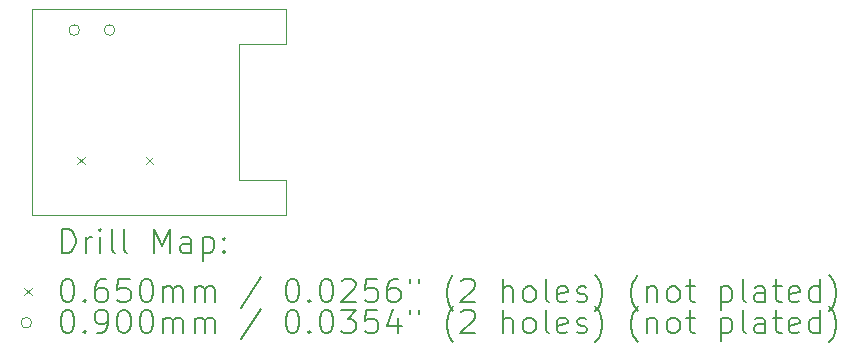
<source format=gbr>
%TF.GenerationSoftware,KiCad,Pcbnew,(6.0.9)*%
%TF.CreationDate,2023-01-31T14:39:00+01:00*%
%TF.ProjectId,keyring_beerclock,6b657972-696e-4675-9f62-656572636c6f,rev?*%
%TF.SameCoordinates,Original*%
%TF.FileFunction,Drillmap*%
%TF.FilePolarity,Positive*%
%FSLAX45Y45*%
G04 Gerber Fmt 4.5, Leading zero omitted, Abs format (unit mm)*
G04 Created by KiCad (PCBNEW (6.0.9)) date 2023-01-31 14:39:00*
%MOMM*%
%LPD*%
G01*
G04 APERTURE LIST*
%ADD10C,0.100000*%
%ADD11C,0.200000*%
%ADD12C,0.065000*%
%ADD13C,0.090000*%
G04 APERTURE END LIST*
D10*
X15700000Y-10550000D02*
X15700000Y-11700000D01*
X16100000Y-10250000D02*
X16100000Y-10550000D01*
X16100000Y-10250000D02*
X13950000Y-10250000D01*
X15700000Y-10550000D02*
X16100000Y-10550000D01*
X16100000Y-12000000D02*
X13950000Y-12000000D01*
X16100000Y-11700000D02*
X16100000Y-12000000D01*
X15700000Y-11700000D02*
X16100000Y-11700000D01*
X13950000Y-12000000D02*
X13950000Y-10250000D01*
D11*
D12*
X14332000Y-11502500D02*
X14397000Y-11567500D01*
X14397000Y-11502500D02*
X14332000Y-11567500D01*
X14910000Y-11502500D02*
X14975000Y-11567500D01*
X14975000Y-11502500D02*
X14910000Y-11567500D01*
D13*
X14351000Y-10431000D02*
G75*
G03*
X14351000Y-10431000I-45000J0D01*
G01*
X14651000Y-10431000D02*
G75*
G03*
X14651000Y-10431000I-45000J0D01*
G01*
D11*
X14202619Y-12315476D02*
X14202619Y-12115476D01*
X14250238Y-12115476D01*
X14278809Y-12125000D01*
X14297857Y-12144048D01*
X14307381Y-12163095D01*
X14316905Y-12201190D01*
X14316905Y-12229762D01*
X14307381Y-12267857D01*
X14297857Y-12286905D01*
X14278809Y-12305952D01*
X14250238Y-12315476D01*
X14202619Y-12315476D01*
X14402619Y-12315476D02*
X14402619Y-12182143D01*
X14402619Y-12220238D02*
X14412143Y-12201190D01*
X14421667Y-12191667D01*
X14440714Y-12182143D01*
X14459762Y-12182143D01*
X14526428Y-12315476D02*
X14526428Y-12182143D01*
X14526428Y-12115476D02*
X14516905Y-12125000D01*
X14526428Y-12134524D01*
X14535952Y-12125000D01*
X14526428Y-12115476D01*
X14526428Y-12134524D01*
X14650238Y-12315476D02*
X14631190Y-12305952D01*
X14621667Y-12286905D01*
X14621667Y-12115476D01*
X14755000Y-12315476D02*
X14735952Y-12305952D01*
X14726428Y-12286905D01*
X14726428Y-12115476D01*
X14983571Y-12315476D02*
X14983571Y-12115476D01*
X15050238Y-12258333D01*
X15116905Y-12115476D01*
X15116905Y-12315476D01*
X15297857Y-12315476D02*
X15297857Y-12210714D01*
X15288333Y-12191667D01*
X15269286Y-12182143D01*
X15231190Y-12182143D01*
X15212143Y-12191667D01*
X15297857Y-12305952D02*
X15278809Y-12315476D01*
X15231190Y-12315476D01*
X15212143Y-12305952D01*
X15202619Y-12286905D01*
X15202619Y-12267857D01*
X15212143Y-12248809D01*
X15231190Y-12239286D01*
X15278809Y-12239286D01*
X15297857Y-12229762D01*
X15393095Y-12182143D02*
X15393095Y-12382143D01*
X15393095Y-12191667D02*
X15412143Y-12182143D01*
X15450238Y-12182143D01*
X15469286Y-12191667D01*
X15478809Y-12201190D01*
X15488333Y-12220238D01*
X15488333Y-12277381D01*
X15478809Y-12296428D01*
X15469286Y-12305952D01*
X15450238Y-12315476D01*
X15412143Y-12315476D01*
X15393095Y-12305952D01*
X15574048Y-12296428D02*
X15583571Y-12305952D01*
X15574048Y-12315476D01*
X15564524Y-12305952D01*
X15574048Y-12296428D01*
X15574048Y-12315476D01*
X15574048Y-12191667D02*
X15583571Y-12201190D01*
X15574048Y-12210714D01*
X15564524Y-12201190D01*
X15574048Y-12191667D01*
X15574048Y-12210714D01*
D12*
X13880000Y-12612500D02*
X13945000Y-12677500D01*
X13945000Y-12612500D02*
X13880000Y-12677500D01*
D11*
X14240714Y-12535476D02*
X14259762Y-12535476D01*
X14278809Y-12545000D01*
X14288333Y-12554524D01*
X14297857Y-12573571D01*
X14307381Y-12611667D01*
X14307381Y-12659286D01*
X14297857Y-12697381D01*
X14288333Y-12716428D01*
X14278809Y-12725952D01*
X14259762Y-12735476D01*
X14240714Y-12735476D01*
X14221667Y-12725952D01*
X14212143Y-12716428D01*
X14202619Y-12697381D01*
X14193095Y-12659286D01*
X14193095Y-12611667D01*
X14202619Y-12573571D01*
X14212143Y-12554524D01*
X14221667Y-12545000D01*
X14240714Y-12535476D01*
X14393095Y-12716428D02*
X14402619Y-12725952D01*
X14393095Y-12735476D01*
X14383571Y-12725952D01*
X14393095Y-12716428D01*
X14393095Y-12735476D01*
X14574048Y-12535476D02*
X14535952Y-12535476D01*
X14516905Y-12545000D01*
X14507381Y-12554524D01*
X14488333Y-12583095D01*
X14478809Y-12621190D01*
X14478809Y-12697381D01*
X14488333Y-12716428D01*
X14497857Y-12725952D01*
X14516905Y-12735476D01*
X14555000Y-12735476D01*
X14574048Y-12725952D01*
X14583571Y-12716428D01*
X14593095Y-12697381D01*
X14593095Y-12649762D01*
X14583571Y-12630714D01*
X14574048Y-12621190D01*
X14555000Y-12611667D01*
X14516905Y-12611667D01*
X14497857Y-12621190D01*
X14488333Y-12630714D01*
X14478809Y-12649762D01*
X14774048Y-12535476D02*
X14678809Y-12535476D01*
X14669286Y-12630714D01*
X14678809Y-12621190D01*
X14697857Y-12611667D01*
X14745476Y-12611667D01*
X14764524Y-12621190D01*
X14774048Y-12630714D01*
X14783571Y-12649762D01*
X14783571Y-12697381D01*
X14774048Y-12716428D01*
X14764524Y-12725952D01*
X14745476Y-12735476D01*
X14697857Y-12735476D01*
X14678809Y-12725952D01*
X14669286Y-12716428D01*
X14907381Y-12535476D02*
X14926428Y-12535476D01*
X14945476Y-12545000D01*
X14955000Y-12554524D01*
X14964524Y-12573571D01*
X14974048Y-12611667D01*
X14974048Y-12659286D01*
X14964524Y-12697381D01*
X14955000Y-12716428D01*
X14945476Y-12725952D01*
X14926428Y-12735476D01*
X14907381Y-12735476D01*
X14888333Y-12725952D01*
X14878809Y-12716428D01*
X14869286Y-12697381D01*
X14859762Y-12659286D01*
X14859762Y-12611667D01*
X14869286Y-12573571D01*
X14878809Y-12554524D01*
X14888333Y-12545000D01*
X14907381Y-12535476D01*
X15059762Y-12735476D02*
X15059762Y-12602143D01*
X15059762Y-12621190D02*
X15069286Y-12611667D01*
X15088333Y-12602143D01*
X15116905Y-12602143D01*
X15135952Y-12611667D01*
X15145476Y-12630714D01*
X15145476Y-12735476D01*
X15145476Y-12630714D02*
X15155000Y-12611667D01*
X15174048Y-12602143D01*
X15202619Y-12602143D01*
X15221667Y-12611667D01*
X15231190Y-12630714D01*
X15231190Y-12735476D01*
X15326428Y-12735476D02*
X15326428Y-12602143D01*
X15326428Y-12621190D02*
X15335952Y-12611667D01*
X15355000Y-12602143D01*
X15383571Y-12602143D01*
X15402619Y-12611667D01*
X15412143Y-12630714D01*
X15412143Y-12735476D01*
X15412143Y-12630714D02*
X15421667Y-12611667D01*
X15440714Y-12602143D01*
X15469286Y-12602143D01*
X15488333Y-12611667D01*
X15497857Y-12630714D01*
X15497857Y-12735476D01*
X15888333Y-12525952D02*
X15716905Y-12783095D01*
X16145476Y-12535476D02*
X16164524Y-12535476D01*
X16183571Y-12545000D01*
X16193095Y-12554524D01*
X16202619Y-12573571D01*
X16212143Y-12611667D01*
X16212143Y-12659286D01*
X16202619Y-12697381D01*
X16193095Y-12716428D01*
X16183571Y-12725952D01*
X16164524Y-12735476D01*
X16145476Y-12735476D01*
X16126428Y-12725952D01*
X16116905Y-12716428D01*
X16107381Y-12697381D01*
X16097857Y-12659286D01*
X16097857Y-12611667D01*
X16107381Y-12573571D01*
X16116905Y-12554524D01*
X16126428Y-12545000D01*
X16145476Y-12535476D01*
X16297857Y-12716428D02*
X16307381Y-12725952D01*
X16297857Y-12735476D01*
X16288333Y-12725952D01*
X16297857Y-12716428D01*
X16297857Y-12735476D01*
X16431190Y-12535476D02*
X16450238Y-12535476D01*
X16469286Y-12545000D01*
X16478809Y-12554524D01*
X16488333Y-12573571D01*
X16497857Y-12611667D01*
X16497857Y-12659286D01*
X16488333Y-12697381D01*
X16478809Y-12716428D01*
X16469286Y-12725952D01*
X16450238Y-12735476D01*
X16431190Y-12735476D01*
X16412143Y-12725952D01*
X16402619Y-12716428D01*
X16393095Y-12697381D01*
X16383571Y-12659286D01*
X16383571Y-12611667D01*
X16393095Y-12573571D01*
X16402619Y-12554524D01*
X16412143Y-12545000D01*
X16431190Y-12535476D01*
X16574048Y-12554524D02*
X16583571Y-12545000D01*
X16602619Y-12535476D01*
X16650238Y-12535476D01*
X16669286Y-12545000D01*
X16678809Y-12554524D01*
X16688333Y-12573571D01*
X16688333Y-12592619D01*
X16678809Y-12621190D01*
X16564524Y-12735476D01*
X16688333Y-12735476D01*
X16869286Y-12535476D02*
X16774048Y-12535476D01*
X16764524Y-12630714D01*
X16774048Y-12621190D01*
X16793095Y-12611667D01*
X16840714Y-12611667D01*
X16859762Y-12621190D01*
X16869286Y-12630714D01*
X16878810Y-12649762D01*
X16878810Y-12697381D01*
X16869286Y-12716428D01*
X16859762Y-12725952D01*
X16840714Y-12735476D01*
X16793095Y-12735476D01*
X16774048Y-12725952D01*
X16764524Y-12716428D01*
X17050238Y-12535476D02*
X17012143Y-12535476D01*
X16993095Y-12545000D01*
X16983571Y-12554524D01*
X16964524Y-12583095D01*
X16955000Y-12621190D01*
X16955000Y-12697381D01*
X16964524Y-12716428D01*
X16974048Y-12725952D01*
X16993095Y-12735476D01*
X17031190Y-12735476D01*
X17050238Y-12725952D01*
X17059762Y-12716428D01*
X17069286Y-12697381D01*
X17069286Y-12649762D01*
X17059762Y-12630714D01*
X17050238Y-12621190D01*
X17031190Y-12611667D01*
X16993095Y-12611667D01*
X16974048Y-12621190D01*
X16964524Y-12630714D01*
X16955000Y-12649762D01*
X17145476Y-12535476D02*
X17145476Y-12573571D01*
X17221667Y-12535476D02*
X17221667Y-12573571D01*
X17516905Y-12811667D02*
X17507381Y-12802143D01*
X17488333Y-12773571D01*
X17478810Y-12754524D01*
X17469286Y-12725952D01*
X17459762Y-12678333D01*
X17459762Y-12640238D01*
X17469286Y-12592619D01*
X17478810Y-12564048D01*
X17488333Y-12545000D01*
X17507381Y-12516428D01*
X17516905Y-12506905D01*
X17583571Y-12554524D02*
X17593095Y-12545000D01*
X17612143Y-12535476D01*
X17659762Y-12535476D01*
X17678810Y-12545000D01*
X17688333Y-12554524D01*
X17697857Y-12573571D01*
X17697857Y-12592619D01*
X17688333Y-12621190D01*
X17574048Y-12735476D01*
X17697857Y-12735476D01*
X17935952Y-12735476D02*
X17935952Y-12535476D01*
X18021667Y-12735476D02*
X18021667Y-12630714D01*
X18012143Y-12611667D01*
X17993095Y-12602143D01*
X17964524Y-12602143D01*
X17945476Y-12611667D01*
X17935952Y-12621190D01*
X18145476Y-12735476D02*
X18126429Y-12725952D01*
X18116905Y-12716428D01*
X18107381Y-12697381D01*
X18107381Y-12640238D01*
X18116905Y-12621190D01*
X18126429Y-12611667D01*
X18145476Y-12602143D01*
X18174048Y-12602143D01*
X18193095Y-12611667D01*
X18202619Y-12621190D01*
X18212143Y-12640238D01*
X18212143Y-12697381D01*
X18202619Y-12716428D01*
X18193095Y-12725952D01*
X18174048Y-12735476D01*
X18145476Y-12735476D01*
X18326429Y-12735476D02*
X18307381Y-12725952D01*
X18297857Y-12706905D01*
X18297857Y-12535476D01*
X18478810Y-12725952D02*
X18459762Y-12735476D01*
X18421667Y-12735476D01*
X18402619Y-12725952D01*
X18393095Y-12706905D01*
X18393095Y-12630714D01*
X18402619Y-12611667D01*
X18421667Y-12602143D01*
X18459762Y-12602143D01*
X18478810Y-12611667D01*
X18488333Y-12630714D01*
X18488333Y-12649762D01*
X18393095Y-12668809D01*
X18564524Y-12725952D02*
X18583571Y-12735476D01*
X18621667Y-12735476D01*
X18640714Y-12725952D01*
X18650238Y-12706905D01*
X18650238Y-12697381D01*
X18640714Y-12678333D01*
X18621667Y-12668809D01*
X18593095Y-12668809D01*
X18574048Y-12659286D01*
X18564524Y-12640238D01*
X18564524Y-12630714D01*
X18574048Y-12611667D01*
X18593095Y-12602143D01*
X18621667Y-12602143D01*
X18640714Y-12611667D01*
X18716905Y-12811667D02*
X18726429Y-12802143D01*
X18745476Y-12773571D01*
X18755000Y-12754524D01*
X18764524Y-12725952D01*
X18774048Y-12678333D01*
X18774048Y-12640238D01*
X18764524Y-12592619D01*
X18755000Y-12564048D01*
X18745476Y-12545000D01*
X18726429Y-12516428D01*
X18716905Y-12506905D01*
X19078810Y-12811667D02*
X19069286Y-12802143D01*
X19050238Y-12773571D01*
X19040714Y-12754524D01*
X19031190Y-12725952D01*
X19021667Y-12678333D01*
X19021667Y-12640238D01*
X19031190Y-12592619D01*
X19040714Y-12564048D01*
X19050238Y-12545000D01*
X19069286Y-12516428D01*
X19078810Y-12506905D01*
X19155000Y-12602143D02*
X19155000Y-12735476D01*
X19155000Y-12621190D02*
X19164524Y-12611667D01*
X19183571Y-12602143D01*
X19212143Y-12602143D01*
X19231190Y-12611667D01*
X19240714Y-12630714D01*
X19240714Y-12735476D01*
X19364524Y-12735476D02*
X19345476Y-12725952D01*
X19335952Y-12716428D01*
X19326429Y-12697381D01*
X19326429Y-12640238D01*
X19335952Y-12621190D01*
X19345476Y-12611667D01*
X19364524Y-12602143D01*
X19393095Y-12602143D01*
X19412143Y-12611667D01*
X19421667Y-12621190D01*
X19431190Y-12640238D01*
X19431190Y-12697381D01*
X19421667Y-12716428D01*
X19412143Y-12725952D01*
X19393095Y-12735476D01*
X19364524Y-12735476D01*
X19488333Y-12602143D02*
X19564524Y-12602143D01*
X19516905Y-12535476D02*
X19516905Y-12706905D01*
X19526429Y-12725952D01*
X19545476Y-12735476D01*
X19564524Y-12735476D01*
X19783571Y-12602143D02*
X19783571Y-12802143D01*
X19783571Y-12611667D02*
X19802619Y-12602143D01*
X19840714Y-12602143D01*
X19859762Y-12611667D01*
X19869286Y-12621190D01*
X19878810Y-12640238D01*
X19878810Y-12697381D01*
X19869286Y-12716428D01*
X19859762Y-12725952D01*
X19840714Y-12735476D01*
X19802619Y-12735476D01*
X19783571Y-12725952D01*
X19993095Y-12735476D02*
X19974048Y-12725952D01*
X19964524Y-12706905D01*
X19964524Y-12535476D01*
X20155000Y-12735476D02*
X20155000Y-12630714D01*
X20145476Y-12611667D01*
X20126429Y-12602143D01*
X20088333Y-12602143D01*
X20069286Y-12611667D01*
X20155000Y-12725952D02*
X20135952Y-12735476D01*
X20088333Y-12735476D01*
X20069286Y-12725952D01*
X20059762Y-12706905D01*
X20059762Y-12687857D01*
X20069286Y-12668809D01*
X20088333Y-12659286D01*
X20135952Y-12659286D01*
X20155000Y-12649762D01*
X20221667Y-12602143D02*
X20297857Y-12602143D01*
X20250238Y-12535476D02*
X20250238Y-12706905D01*
X20259762Y-12725952D01*
X20278810Y-12735476D01*
X20297857Y-12735476D01*
X20440714Y-12725952D02*
X20421667Y-12735476D01*
X20383571Y-12735476D01*
X20364524Y-12725952D01*
X20355000Y-12706905D01*
X20355000Y-12630714D01*
X20364524Y-12611667D01*
X20383571Y-12602143D01*
X20421667Y-12602143D01*
X20440714Y-12611667D01*
X20450238Y-12630714D01*
X20450238Y-12649762D01*
X20355000Y-12668809D01*
X20621667Y-12735476D02*
X20621667Y-12535476D01*
X20621667Y-12725952D02*
X20602619Y-12735476D01*
X20564524Y-12735476D01*
X20545476Y-12725952D01*
X20535952Y-12716428D01*
X20526429Y-12697381D01*
X20526429Y-12640238D01*
X20535952Y-12621190D01*
X20545476Y-12611667D01*
X20564524Y-12602143D01*
X20602619Y-12602143D01*
X20621667Y-12611667D01*
X20697857Y-12811667D02*
X20707381Y-12802143D01*
X20726429Y-12773571D01*
X20735952Y-12754524D01*
X20745476Y-12725952D01*
X20755000Y-12678333D01*
X20755000Y-12640238D01*
X20745476Y-12592619D01*
X20735952Y-12564048D01*
X20726429Y-12545000D01*
X20707381Y-12516428D01*
X20697857Y-12506905D01*
D13*
X13945000Y-12909000D02*
G75*
G03*
X13945000Y-12909000I-45000J0D01*
G01*
D11*
X14240714Y-12799476D02*
X14259762Y-12799476D01*
X14278809Y-12809000D01*
X14288333Y-12818524D01*
X14297857Y-12837571D01*
X14307381Y-12875667D01*
X14307381Y-12923286D01*
X14297857Y-12961381D01*
X14288333Y-12980428D01*
X14278809Y-12989952D01*
X14259762Y-12999476D01*
X14240714Y-12999476D01*
X14221667Y-12989952D01*
X14212143Y-12980428D01*
X14202619Y-12961381D01*
X14193095Y-12923286D01*
X14193095Y-12875667D01*
X14202619Y-12837571D01*
X14212143Y-12818524D01*
X14221667Y-12809000D01*
X14240714Y-12799476D01*
X14393095Y-12980428D02*
X14402619Y-12989952D01*
X14393095Y-12999476D01*
X14383571Y-12989952D01*
X14393095Y-12980428D01*
X14393095Y-12999476D01*
X14497857Y-12999476D02*
X14535952Y-12999476D01*
X14555000Y-12989952D01*
X14564524Y-12980428D01*
X14583571Y-12951857D01*
X14593095Y-12913762D01*
X14593095Y-12837571D01*
X14583571Y-12818524D01*
X14574048Y-12809000D01*
X14555000Y-12799476D01*
X14516905Y-12799476D01*
X14497857Y-12809000D01*
X14488333Y-12818524D01*
X14478809Y-12837571D01*
X14478809Y-12885190D01*
X14488333Y-12904238D01*
X14497857Y-12913762D01*
X14516905Y-12923286D01*
X14555000Y-12923286D01*
X14574048Y-12913762D01*
X14583571Y-12904238D01*
X14593095Y-12885190D01*
X14716905Y-12799476D02*
X14735952Y-12799476D01*
X14755000Y-12809000D01*
X14764524Y-12818524D01*
X14774048Y-12837571D01*
X14783571Y-12875667D01*
X14783571Y-12923286D01*
X14774048Y-12961381D01*
X14764524Y-12980428D01*
X14755000Y-12989952D01*
X14735952Y-12999476D01*
X14716905Y-12999476D01*
X14697857Y-12989952D01*
X14688333Y-12980428D01*
X14678809Y-12961381D01*
X14669286Y-12923286D01*
X14669286Y-12875667D01*
X14678809Y-12837571D01*
X14688333Y-12818524D01*
X14697857Y-12809000D01*
X14716905Y-12799476D01*
X14907381Y-12799476D02*
X14926428Y-12799476D01*
X14945476Y-12809000D01*
X14955000Y-12818524D01*
X14964524Y-12837571D01*
X14974048Y-12875667D01*
X14974048Y-12923286D01*
X14964524Y-12961381D01*
X14955000Y-12980428D01*
X14945476Y-12989952D01*
X14926428Y-12999476D01*
X14907381Y-12999476D01*
X14888333Y-12989952D01*
X14878809Y-12980428D01*
X14869286Y-12961381D01*
X14859762Y-12923286D01*
X14859762Y-12875667D01*
X14869286Y-12837571D01*
X14878809Y-12818524D01*
X14888333Y-12809000D01*
X14907381Y-12799476D01*
X15059762Y-12999476D02*
X15059762Y-12866143D01*
X15059762Y-12885190D02*
X15069286Y-12875667D01*
X15088333Y-12866143D01*
X15116905Y-12866143D01*
X15135952Y-12875667D01*
X15145476Y-12894714D01*
X15145476Y-12999476D01*
X15145476Y-12894714D02*
X15155000Y-12875667D01*
X15174048Y-12866143D01*
X15202619Y-12866143D01*
X15221667Y-12875667D01*
X15231190Y-12894714D01*
X15231190Y-12999476D01*
X15326428Y-12999476D02*
X15326428Y-12866143D01*
X15326428Y-12885190D02*
X15335952Y-12875667D01*
X15355000Y-12866143D01*
X15383571Y-12866143D01*
X15402619Y-12875667D01*
X15412143Y-12894714D01*
X15412143Y-12999476D01*
X15412143Y-12894714D02*
X15421667Y-12875667D01*
X15440714Y-12866143D01*
X15469286Y-12866143D01*
X15488333Y-12875667D01*
X15497857Y-12894714D01*
X15497857Y-12999476D01*
X15888333Y-12789952D02*
X15716905Y-13047095D01*
X16145476Y-12799476D02*
X16164524Y-12799476D01*
X16183571Y-12809000D01*
X16193095Y-12818524D01*
X16202619Y-12837571D01*
X16212143Y-12875667D01*
X16212143Y-12923286D01*
X16202619Y-12961381D01*
X16193095Y-12980428D01*
X16183571Y-12989952D01*
X16164524Y-12999476D01*
X16145476Y-12999476D01*
X16126428Y-12989952D01*
X16116905Y-12980428D01*
X16107381Y-12961381D01*
X16097857Y-12923286D01*
X16097857Y-12875667D01*
X16107381Y-12837571D01*
X16116905Y-12818524D01*
X16126428Y-12809000D01*
X16145476Y-12799476D01*
X16297857Y-12980428D02*
X16307381Y-12989952D01*
X16297857Y-12999476D01*
X16288333Y-12989952D01*
X16297857Y-12980428D01*
X16297857Y-12999476D01*
X16431190Y-12799476D02*
X16450238Y-12799476D01*
X16469286Y-12809000D01*
X16478809Y-12818524D01*
X16488333Y-12837571D01*
X16497857Y-12875667D01*
X16497857Y-12923286D01*
X16488333Y-12961381D01*
X16478809Y-12980428D01*
X16469286Y-12989952D01*
X16450238Y-12999476D01*
X16431190Y-12999476D01*
X16412143Y-12989952D01*
X16402619Y-12980428D01*
X16393095Y-12961381D01*
X16383571Y-12923286D01*
X16383571Y-12875667D01*
X16393095Y-12837571D01*
X16402619Y-12818524D01*
X16412143Y-12809000D01*
X16431190Y-12799476D01*
X16564524Y-12799476D02*
X16688333Y-12799476D01*
X16621667Y-12875667D01*
X16650238Y-12875667D01*
X16669286Y-12885190D01*
X16678809Y-12894714D01*
X16688333Y-12913762D01*
X16688333Y-12961381D01*
X16678809Y-12980428D01*
X16669286Y-12989952D01*
X16650238Y-12999476D01*
X16593095Y-12999476D01*
X16574048Y-12989952D01*
X16564524Y-12980428D01*
X16869286Y-12799476D02*
X16774048Y-12799476D01*
X16764524Y-12894714D01*
X16774048Y-12885190D01*
X16793095Y-12875667D01*
X16840714Y-12875667D01*
X16859762Y-12885190D01*
X16869286Y-12894714D01*
X16878810Y-12913762D01*
X16878810Y-12961381D01*
X16869286Y-12980428D01*
X16859762Y-12989952D01*
X16840714Y-12999476D01*
X16793095Y-12999476D01*
X16774048Y-12989952D01*
X16764524Y-12980428D01*
X17050238Y-12866143D02*
X17050238Y-12999476D01*
X17002619Y-12789952D02*
X16955000Y-12932809D01*
X17078810Y-12932809D01*
X17145476Y-12799476D02*
X17145476Y-12837571D01*
X17221667Y-12799476D02*
X17221667Y-12837571D01*
X17516905Y-13075667D02*
X17507381Y-13066143D01*
X17488333Y-13037571D01*
X17478810Y-13018524D01*
X17469286Y-12989952D01*
X17459762Y-12942333D01*
X17459762Y-12904238D01*
X17469286Y-12856619D01*
X17478810Y-12828048D01*
X17488333Y-12809000D01*
X17507381Y-12780428D01*
X17516905Y-12770905D01*
X17583571Y-12818524D02*
X17593095Y-12809000D01*
X17612143Y-12799476D01*
X17659762Y-12799476D01*
X17678810Y-12809000D01*
X17688333Y-12818524D01*
X17697857Y-12837571D01*
X17697857Y-12856619D01*
X17688333Y-12885190D01*
X17574048Y-12999476D01*
X17697857Y-12999476D01*
X17935952Y-12999476D02*
X17935952Y-12799476D01*
X18021667Y-12999476D02*
X18021667Y-12894714D01*
X18012143Y-12875667D01*
X17993095Y-12866143D01*
X17964524Y-12866143D01*
X17945476Y-12875667D01*
X17935952Y-12885190D01*
X18145476Y-12999476D02*
X18126429Y-12989952D01*
X18116905Y-12980428D01*
X18107381Y-12961381D01*
X18107381Y-12904238D01*
X18116905Y-12885190D01*
X18126429Y-12875667D01*
X18145476Y-12866143D01*
X18174048Y-12866143D01*
X18193095Y-12875667D01*
X18202619Y-12885190D01*
X18212143Y-12904238D01*
X18212143Y-12961381D01*
X18202619Y-12980428D01*
X18193095Y-12989952D01*
X18174048Y-12999476D01*
X18145476Y-12999476D01*
X18326429Y-12999476D02*
X18307381Y-12989952D01*
X18297857Y-12970905D01*
X18297857Y-12799476D01*
X18478810Y-12989952D02*
X18459762Y-12999476D01*
X18421667Y-12999476D01*
X18402619Y-12989952D01*
X18393095Y-12970905D01*
X18393095Y-12894714D01*
X18402619Y-12875667D01*
X18421667Y-12866143D01*
X18459762Y-12866143D01*
X18478810Y-12875667D01*
X18488333Y-12894714D01*
X18488333Y-12913762D01*
X18393095Y-12932809D01*
X18564524Y-12989952D02*
X18583571Y-12999476D01*
X18621667Y-12999476D01*
X18640714Y-12989952D01*
X18650238Y-12970905D01*
X18650238Y-12961381D01*
X18640714Y-12942333D01*
X18621667Y-12932809D01*
X18593095Y-12932809D01*
X18574048Y-12923286D01*
X18564524Y-12904238D01*
X18564524Y-12894714D01*
X18574048Y-12875667D01*
X18593095Y-12866143D01*
X18621667Y-12866143D01*
X18640714Y-12875667D01*
X18716905Y-13075667D02*
X18726429Y-13066143D01*
X18745476Y-13037571D01*
X18755000Y-13018524D01*
X18764524Y-12989952D01*
X18774048Y-12942333D01*
X18774048Y-12904238D01*
X18764524Y-12856619D01*
X18755000Y-12828048D01*
X18745476Y-12809000D01*
X18726429Y-12780428D01*
X18716905Y-12770905D01*
X19078810Y-13075667D02*
X19069286Y-13066143D01*
X19050238Y-13037571D01*
X19040714Y-13018524D01*
X19031190Y-12989952D01*
X19021667Y-12942333D01*
X19021667Y-12904238D01*
X19031190Y-12856619D01*
X19040714Y-12828048D01*
X19050238Y-12809000D01*
X19069286Y-12780428D01*
X19078810Y-12770905D01*
X19155000Y-12866143D02*
X19155000Y-12999476D01*
X19155000Y-12885190D02*
X19164524Y-12875667D01*
X19183571Y-12866143D01*
X19212143Y-12866143D01*
X19231190Y-12875667D01*
X19240714Y-12894714D01*
X19240714Y-12999476D01*
X19364524Y-12999476D02*
X19345476Y-12989952D01*
X19335952Y-12980428D01*
X19326429Y-12961381D01*
X19326429Y-12904238D01*
X19335952Y-12885190D01*
X19345476Y-12875667D01*
X19364524Y-12866143D01*
X19393095Y-12866143D01*
X19412143Y-12875667D01*
X19421667Y-12885190D01*
X19431190Y-12904238D01*
X19431190Y-12961381D01*
X19421667Y-12980428D01*
X19412143Y-12989952D01*
X19393095Y-12999476D01*
X19364524Y-12999476D01*
X19488333Y-12866143D02*
X19564524Y-12866143D01*
X19516905Y-12799476D02*
X19516905Y-12970905D01*
X19526429Y-12989952D01*
X19545476Y-12999476D01*
X19564524Y-12999476D01*
X19783571Y-12866143D02*
X19783571Y-13066143D01*
X19783571Y-12875667D02*
X19802619Y-12866143D01*
X19840714Y-12866143D01*
X19859762Y-12875667D01*
X19869286Y-12885190D01*
X19878810Y-12904238D01*
X19878810Y-12961381D01*
X19869286Y-12980428D01*
X19859762Y-12989952D01*
X19840714Y-12999476D01*
X19802619Y-12999476D01*
X19783571Y-12989952D01*
X19993095Y-12999476D02*
X19974048Y-12989952D01*
X19964524Y-12970905D01*
X19964524Y-12799476D01*
X20155000Y-12999476D02*
X20155000Y-12894714D01*
X20145476Y-12875667D01*
X20126429Y-12866143D01*
X20088333Y-12866143D01*
X20069286Y-12875667D01*
X20155000Y-12989952D02*
X20135952Y-12999476D01*
X20088333Y-12999476D01*
X20069286Y-12989952D01*
X20059762Y-12970905D01*
X20059762Y-12951857D01*
X20069286Y-12932809D01*
X20088333Y-12923286D01*
X20135952Y-12923286D01*
X20155000Y-12913762D01*
X20221667Y-12866143D02*
X20297857Y-12866143D01*
X20250238Y-12799476D02*
X20250238Y-12970905D01*
X20259762Y-12989952D01*
X20278810Y-12999476D01*
X20297857Y-12999476D01*
X20440714Y-12989952D02*
X20421667Y-12999476D01*
X20383571Y-12999476D01*
X20364524Y-12989952D01*
X20355000Y-12970905D01*
X20355000Y-12894714D01*
X20364524Y-12875667D01*
X20383571Y-12866143D01*
X20421667Y-12866143D01*
X20440714Y-12875667D01*
X20450238Y-12894714D01*
X20450238Y-12913762D01*
X20355000Y-12932809D01*
X20621667Y-12999476D02*
X20621667Y-12799476D01*
X20621667Y-12989952D02*
X20602619Y-12999476D01*
X20564524Y-12999476D01*
X20545476Y-12989952D01*
X20535952Y-12980428D01*
X20526429Y-12961381D01*
X20526429Y-12904238D01*
X20535952Y-12885190D01*
X20545476Y-12875667D01*
X20564524Y-12866143D01*
X20602619Y-12866143D01*
X20621667Y-12875667D01*
X20697857Y-13075667D02*
X20707381Y-13066143D01*
X20726429Y-13037571D01*
X20735952Y-13018524D01*
X20745476Y-12989952D01*
X20755000Y-12942333D01*
X20755000Y-12904238D01*
X20745476Y-12856619D01*
X20735952Y-12828048D01*
X20726429Y-12809000D01*
X20707381Y-12780428D01*
X20697857Y-12770905D01*
M02*

</source>
